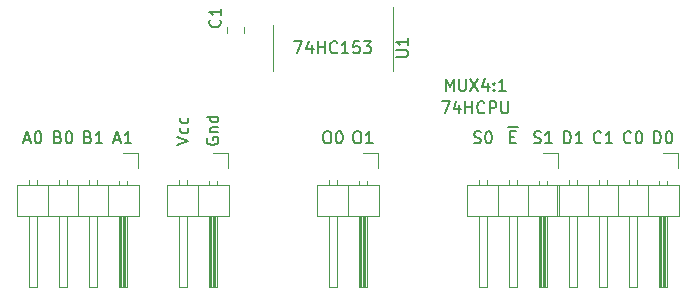
<source format=gbr>
%TF.GenerationSoftware,KiCad,Pcbnew,(5.1.8)-1*%
%TF.CreationDate,2024-08-16T23:19:40+03:00*%
%TF.ProjectId,MUX1,4d555831-2e6b-4696-9361-645f70636258,rev?*%
%TF.SameCoordinates,Original*%
%TF.FileFunction,Legend,Top*%
%TF.FilePolarity,Positive*%
%FSLAX46Y46*%
G04 Gerber Fmt 4.6, Leading zero omitted, Abs format (unit mm)*
G04 Created by KiCad (PCBNEW (5.1.8)-1) date 2024-08-16 23:19:40*
%MOMM*%
%LPD*%
G01*
G04 APERTURE LIST*
%ADD10C,0.150000*%
%ADD11C,0.120000*%
G04 APERTURE END LIST*
D10*
X118427857Y-57872380D02*
X119094523Y-57872380D01*
X118665952Y-58872380D01*
X119904047Y-58205714D02*
X119904047Y-58872380D01*
X119665952Y-57824761D02*
X119427857Y-58539047D01*
X120046904Y-58539047D01*
X120427857Y-58872380D02*
X120427857Y-57872380D01*
X120427857Y-58348571D02*
X120999285Y-58348571D01*
X120999285Y-58872380D02*
X120999285Y-57872380D01*
X122046904Y-58777142D02*
X121999285Y-58824761D01*
X121856428Y-58872380D01*
X121761190Y-58872380D01*
X121618333Y-58824761D01*
X121523095Y-58729523D01*
X121475476Y-58634285D01*
X121427857Y-58443809D01*
X121427857Y-58300952D01*
X121475476Y-58110476D01*
X121523095Y-58015238D01*
X121618333Y-57920000D01*
X121761190Y-57872380D01*
X121856428Y-57872380D01*
X121999285Y-57920000D01*
X122046904Y-57967619D01*
X122475476Y-58872380D02*
X122475476Y-57872380D01*
X122856428Y-57872380D01*
X122951666Y-57920000D01*
X122999285Y-57967619D01*
X123046904Y-58062857D01*
X123046904Y-58205714D01*
X122999285Y-58300952D01*
X122951666Y-58348571D01*
X122856428Y-58396190D01*
X122475476Y-58396190D01*
X123475476Y-57872380D02*
X123475476Y-58681904D01*
X123523095Y-58777142D01*
X123570714Y-58824761D01*
X123665952Y-58872380D01*
X123856428Y-58872380D01*
X123951666Y-58824761D01*
X123999285Y-58777142D01*
X124046904Y-58681904D01*
X124046904Y-57872380D01*
X118761190Y-56967380D02*
X118761190Y-55967380D01*
X119094523Y-56681666D01*
X119427857Y-55967380D01*
X119427857Y-56967380D01*
X119904047Y-55967380D02*
X119904047Y-56776904D01*
X119951666Y-56872142D01*
X119999285Y-56919761D01*
X120094523Y-56967380D01*
X120285000Y-56967380D01*
X120380238Y-56919761D01*
X120427857Y-56872142D01*
X120475476Y-56776904D01*
X120475476Y-55967380D01*
X120856428Y-55967380D02*
X121523095Y-56967380D01*
X121523095Y-55967380D02*
X120856428Y-56967380D01*
X122332619Y-56300714D02*
X122332619Y-56967380D01*
X122094523Y-55919761D02*
X121856428Y-56634047D01*
X122475476Y-56634047D01*
X122856428Y-56872142D02*
X122904047Y-56919761D01*
X122856428Y-56967380D01*
X122808809Y-56919761D01*
X122856428Y-56872142D01*
X122856428Y-56967380D01*
X122856428Y-56348333D02*
X122904047Y-56395952D01*
X122856428Y-56443571D01*
X122808809Y-56395952D01*
X122856428Y-56348333D01*
X122856428Y-56443571D01*
X123856428Y-56967380D02*
X123285000Y-56967380D01*
X123570714Y-56967380D02*
X123570714Y-55967380D01*
X123475476Y-56110238D01*
X123380238Y-56205476D01*
X123285000Y-56253095D01*
X105958095Y-52792380D02*
X106624761Y-52792380D01*
X106196190Y-53792380D01*
X107434285Y-53125714D02*
X107434285Y-53792380D01*
X107196190Y-52744761D02*
X106958095Y-53459047D01*
X107577142Y-53459047D01*
X107958095Y-53792380D02*
X107958095Y-52792380D01*
X107958095Y-53268571D02*
X108529523Y-53268571D01*
X108529523Y-53792380D02*
X108529523Y-52792380D01*
X109577142Y-53697142D02*
X109529523Y-53744761D01*
X109386666Y-53792380D01*
X109291428Y-53792380D01*
X109148571Y-53744761D01*
X109053333Y-53649523D01*
X109005714Y-53554285D01*
X108958095Y-53363809D01*
X108958095Y-53220952D01*
X109005714Y-53030476D01*
X109053333Y-52935238D01*
X109148571Y-52840000D01*
X109291428Y-52792380D01*
X109386666Y-52792380D01*
X109529523Y-52840000D01*
X109577142Y-52887619D01*
X110529523Y-53792380D02*
X109958095Y-53792380D01*
X110243809Y-53792380D02*
X110243809Y-52792380D01*
X110148571Y-52935238D01*
X110053333Y-53030476D01*
X109958095Y-53078095D01*
X111434285Y-52792380D02*
X110958095Y-52792380D01*
X110910476Y-53268571D01*
X110958095Y-53220952D01*
X111053333Y-53173333D01*
X111291428Y-53173333D01*
X111386666Y-53220952D01*
X111434285Y-53268571D01*
X111481904Y-53363809D01*
X111481904Y-53601904D01*
X111434285Y-53697142D01*
X111386666Y-53744761D01*
X111291428Y-53792380D01*
X111053333Y-53792380D01*
X110958095Y-53744761D01*
X110910476Y-53697142D01*
X111815238Y-52792380D02*
X112434285Y-52792380D01*
X112100952Y-53173333D01*
X112243809Y-53173333D01*
X112339047Y-53220952D01*
X112386666Y-53268571D01*
X112434285Y-53363809D01*
X112434285Y-53601904D01*
X112386666Y-53697142D01*
X112339047Y-53744761D01*
X112243809Y-53792380D01*
X111958095Y-53792380D01*
X111862857Y-53744761D01*
X111815238Y-53697142D01*
X136421904Y-61412380D02*
X136421904Y-60412380D01*
X136660000Y-60412380D01*
X136802857Y-60460000D01*
X136898095Y-60555238D01*
X136945714Y-60650476D01*
X136993333Y-60840952D01*
X136993333Y-60983809D01*
X136945714Y-61174285D01*
X136898095Y-61269523D01*
X136802857Y-61364761D01*
X136660000Y-61412380D01*
X136421904Y-61412380D01*
X137612380Y-60412380D02*
X137707619Y-60412380D01*
X137802857Y-60460000D01*
X137850476Y-60507619D01*
X137898095Y-60602857D01*
X137945714Y-60793333D01*
X137945714Y-61031428D01*
X137898095Y-61221904D01*
X137850476Y-61317142D01*
X137802857Y-61364761D01*
X137707619Y-61412380D01*
X137612380Y-61412380D01*
X137517142Y-61364761D01*
X137469523Y-61317142D01*
X137421904Y-61221904D01*
X137374285Y-61031428D01*
X137374285Y-60793333D01*
X137421904Y-60602857D01*
X137469523Y-60507619D01*
X137517142Y-60460000D01*
X137612380Y-60412380D01*
X134453333Y-61317142D02*
X134405714Y-61364761D01*
X134262857Y-61412380D01*
X134167619Y-61412380D01*
X134024761Y-61364761D01*
X133929523Y-61269523D01*
X133881904Y-61174285D01*
X133834285Y-60983809D01*
X133834285Y-60840952D01*
X133881904Y-60650476D01*
X133929523Y-60555238D01*
X134024761Y-60460000D01*
X134167619Y-60412380D01*
X134262857Y-60412380D01*
X134405714Y-60460000D01*
X134453333Y-60507619D01*
X135072380Y-60412380D02*
X135167619Y-60412380D01*
X135262857Y-60460000D01*
X135310476Y-60507619D01*
X135358095Y-60602857D01*
X135405714Y-60793333D01*
X135405714Y-61031428D01*
X135358095Y-61221904D01*
X135310476Y-61317142D01*
X135262857Y-61364761D01*
X135167619Y-61412380D01*
X135072380Y-61412380D01*
X134977142Y-61364761D01*
X134929523Y-61317142D01*
X134881904Y-61221904D01*
X134834285Y-61031428D01*
X134834285Y-60793333D01*
X134881904Y-60602857D01*
X134929523Y-60507619D01*
X134977142Y-60460000D01*
X135072380Y-60412380D01*
X131913333Y-61317142D02*
X131865714Y-61364761D01*
X131722857Y-61412380D01*
X131627619Y-61412380D01*
X131484761Y-61364761D01*
X131389523Y-61269523D01*
X131341904Y-61174285D01*
X131294285Y-60983809D01*
X131294285Y-60840952D01*
X131341904Y-60650476D01*
X131389523Y-60555238D01*
X131484761Y-60460000D01*
X131627619Y-60412380D01*
X131722857Y-60412380D01*
X131865714Y-60460000D01*
X131913333Y-60507619D01*
X132865714Y-61412380D02*
X132294285Y-61412380D01*
X132580000Y-61412380D02*
X132580000Y-60412380D01*
X132484761Y-60555238D01*
X132389523Y-60650476D01*
X132294285Y-60698095D01*
X128801904Y-61412380D02*
X128801904Y-60412380D01*
X129040000Y-60412380D01*
X129182857Y-60460000D01*
X129278095Y-60555238D01*
X129325714Y-60650476D01*
X129373333Y-60840952D01*
X129373333Y-60983809D01*
X129325714Y-61174285D01*
X129278095Y-61269523D01*
X129182857Y-61364761D01*
X129040000Y-61412380D01*
X128801904Y-61412380D01*
X130325714Y-61412380D02*
X129754285Y-61412380D01*
X130040000Y-61412380D02*
X130040000Y-60412380D01*
X129944761Y-60555238D01*
X129849523Y-60650476D01*
X129754285Y-60698095D01*
X126238095Y-61364761D02*
X126380952Y-61412380D01*
X126619047Y-61412380D01*
X126714285Y-61364761D01*
X126761904Y-61317142D01*
X126809523Y-61221904D01*
X126809523Y-61126666D01*
X126761904Y-61031428D01*
X126714285Y-60983809D01*
X126619047Y-60936190D01*
X126428571Y-60888571D01*
X126333333Y-60840952D01*
X126285714Y-60793333D01*
X126238095Y-60698095D01*
X126238095Y-60602857D01*
X126285714Y-60507619D01*
X126333333Y-60460000D01*
X126428571Y-60412380D01*
X126666666Y-60412380D01*
X126809523Y-60460000D01*
X127761904Y-61412380D02*
X127190476Y-61412380D01*
X127476190Y-61412380D02*
X127476190Y-60412380D01*
X127380952Y-60555238D01*
X127285714Y-60650476D01*
X127190476Y-60698095D01*
X124007619Y-60045000D02*
X124912380Y-60045000D01*
X124245714Y-60888571D02*
X124579047Y-60888571D01*
X124721904Y-61412380D02*
X124245714Y-61412380D01*
X124245714Y-60412380D01*
X124721904Y-60412380D01*
X121158095Y-61364761D02*
X121300952Y-61412380D01*
X121539047Y-61412380D01*
X121634285Y-61364761D01*
X121681904Y-61317142D01*
X121729523Y-61221904D01*
X121729523Y-61126666D01*
X121681904Y-61031428D01*
X121634285Y-60983809D01*
X121539047Y-60936190D01*
X121348571Y-60888571D01*
X121253333Y-60840952D01*
X121205714Y-60793333D01*
X121158095Y-60698095D01*
X121158095Y-60602857D01*
X121205714Y-60507619D01*
X121253333Y-60460000D01*
X121348571Y-60412380D01*
X121586666Y-60412380D01*
X121729523Y-60460000D01*
X122348571Y-60412380D02*
X122443809Y-60412380D01*
X122539047Y-60460000D01*
X122586666Y-60507619D01*
X122634285Y-60602857D01*
X122681904Y-60793333D01*
X122681904Y-61031428D01*
X122634285Y-61221904D01*
X122586666Y-61317142D01*
X122539047Y-61364761D01*
X122443809Y-61412380D01*
X122348571Y-61412380D01*
X122253333Y-61364761D01*
X122205714Y-61317142D01*
X122158095Y-61221904D01*
X122110476Y-61031428D01*
X122110476Y-60793333D01*
X122158095Y-60602857D01*
X122205714Y-60507619D01*
X122253333Y-60460000D01*
X122348571Y-60412380D01*
X83105714Y-61126666D02*
X83581904Y-61126666D01*
X83010476Y-61412380D02*
X83343809Y-60412380D01*
X83677142Y-61412380D01*
X84200952Y-60412380D02*
X84296190Y-60412380D01*
X84391428Y-60460000D01*
X84439047Y-60507619D01*
X84486666Y-60602857D01*
X84534285Y-60793333D01*
X84534285Y-61031428D01*
X84486666Y-61221904D01*
X84439047Y-61317142D01*
X84391428Y-61364761D01*
X84296190Y-61412380D01*
X84200952Y-61412380D01*
X84105714Y-61364761D01*
X84058095Y-61317142D01*
X84010476Y-61221904D01*
X83962857Y-61031428D01*
X83962857Y-60793333D01*
X84010476Y-60602857D01*
X84058095Y-60507619D01*
X84105714Y-60460000D01*
X84200952Y-60412380D01*
X85955238Y-60888571D02*
X86098095Y-60936190D01*
X86145714Y-60983809D01*
X86193333Y-61079047D01*
X86193333Y-61221904D01*
X86145714Y-61317142D01*
X86098095Y-61364761D01*
X86002857Y-61412380D01*
X85621904Y-61412380D01*
X85621904Y-60412380D01*
X85955238Y-60412380D01*
X86050476Y-60460000D01*
X86098095Y-60507619D01*
X86145714Y-60602857D01*
X86145714Y-60698095D01*
X86098095Y-60793333D01*
X86050476Y-60840952D01*
X85955238Y-60888571D01*
X85621904Y-60888571D01*
X86812380Y-60412380D02*
X86907619Y-60412380D01*
X87002857Y-60460000D01*
X87050476Y-60507619D01*
X87098095Y-60602857D01*
X87145714Y-60793333D01*
X87145714Y-61031428D01*
X87098095Y-61221904D01*
X87050476Y-61317142D01*
X87002857Y-61364761D01*
X86907619Y-61412380D01*
X86812380Y-61412380D01*
X86717142Y-61364761D01*
X86669523Y-61317142D01*
X86621904Y-61221904D01*
X86574285Y-61031428D01*
X86574285Y-60793333D01*
X86621904Y-60602857D01*
X86669523Y-60507619D01*
X86717142Y-60460000D01*
X86812380Y-60412380D01*
X88495238Y-60888571D02*
X88638095Y-60936190D01*
X88685714Y-60983809D01*
X88733333Y-61079047D01*
X88733333Y-61221904D01*
X88685714Y-61317142D01*
X88638095Y-61364761D01*
X88542857Y-61412380D01*
X88161904Y-61412380D01*
X88161904Y-60412380D01*
X88495238Y-60412380D01*
X88590476Y-60460000D01*
X88638095Y-60507619D01*
X88685714Y-60602857D01*
X88685714Y-60698095D01*
X88638095Y-60793333D01*
X88590476Y-60840952D01*
X88495238Y-60888571D01*
X88161904Y-60888571D01*
X89685714Y-61412380D02*
X89114285Y-61412380D01*
X89400000Y-61412380D02*
X89400000Y-60412380D01*
X89304761Y-60555238D01*
X89209523Y-60650476D01*
X89114285Y-60698095D01*
X90725714Y-61126666D02*
X91201904Y-61126666D01*
X90630476Y-61412380D02*
X90963809Y-60412380D01*
X91297142Y-61412380D01*
X92154285Y-61412380D02*
X91582857Y-61412380D01*
X91868571Y-61412380D02*
X91868571Y-60412380D01*
X91773333Y-60555238D01*
X91678095Y-60650476D01*
X91582857Y-60698095D01*
X98560000Y-60967857D02*
X98512380Y-61063095D01*
X98512380Y-61205952D01*
X98560000Y-61348809D01*
X98655238Y-61444047D01*
X98750476Y-61491666D01*
X98940952Y-61539285D01*
X99083809Y-61539285D01*
X99274285Y-61491666D01*
X99369523Y-61444047D01*
X99464761Y-61348809D01*
X99512380Y-61205952D01*
X99512380Y-61110714D01*
X99464761Y-60967857D01*
X99417142Y-60920238D01*
X99083809Y-60920238D01*
X99083809Y-61110714D01*
X98845714Y-60491666D02*
X99512380Y-60491666D01*
X98940952Y-60491666D02*
X98893333Y-60444047D01*
X98845714Y-60348809D01*
X98845714Y-60205952D01*
X98893333Y-60110714D01*
X98988571Y-60063095D01*
X99512380Y-60063095D01*
X99512380Y-59158333D02*
X98512380Y-59158333D01*
X99464761Y-59158333D02*
X99512380Y-59253571D01*
X99512380Y-59444047D01*
X99464761Y-59539285D01*
X99417142Y-59586904D01*
X99321904Y-59634523D01*
X99036190Y-59634523D01*
X98940952Y-59586904D01*
X98893333Y-59539285D01*
X98845714Y-59444047D01*
X98845714Y-59253571D01*
X98893333Y-59158333D01*
X95972380Y-61515476D02*
X96972380Y-61182142D01*
X95972380Y-60848809D01*
X96924761Y-60086904D02*
X96972380Y-60182142D01*
X96972380Y-60372619D01*
X96924761Y-60467857D01*
X96877142Y-60515476D01*
X96781904Y-60563095D01*
X96496190Y-60563095D01*
X96400952Y-60515476D01*
X96353333Y-60467857D01*
X96305714Y-60372619D01*
X96305714Y-60182142D01*
X96353333Y-60086904D01*
X96924761Y-59229761D02*
X96972380Y-59325000D01*
X96972380Y-59515476D01*
X96924761Y-59610714D01*
X96877142Y-59658333D01*
X96781904Y-59705952D01*
X96496190Y-59705952D01*
X96400952Y-59658333D01*
X96353333Y-59610714D01*
X96305714Y-59515476D01*
X96305714Y-59325000D01*
X96353333Y-59229761D01*
X111188571Y-60412380D02*
X111379047Y-60412380D01*
X111474285Y-60460000D01*
X111569523Y-60555238D01*
X111617142Y-60745714D01*
X111617142Y-61079047D01*
X111569523Y-61269523D01*
X111474285Y-61364761D01*
X111379047Y-61412380D01*
X111188571Y-61412380D01*
X111093333Y-61364761D01*
X110998095Y-61269523D01*
X110950476Y-61079047D01*
X110950476Y-60745714D01*
X110998095Y-60555238D01*
X111093333Y-60460000D01*
X111188571Y-60412380D01*
X112569523Y-61412380D02*
X111998095Y-61412380D01*
X112283809Y-61412380D02*
X112283809Y-60412380D01*
X112188571Y-60555238D01*
X112093333Y-60650476D01*
X111998095Y-60698095D01*
X108648571Y-60412380D02*
X108839047Y-60412380D01*
X108934285Y-60460000D01*
X109029523Y-60555238D01*
X109077142Y-60745714D01*
X109077142Y-61079047D01*
X109029523Y-61269523D01*
X108934285Y-61364761D01*
X108839047Y-61412380D01*
X108648571Y-61412380D01*
X108553333Y-61364761D01*
X108458095Y-61269523D01*
X108410476Y-61079047D01*
X108410476Y-60745714D01*
X108458095Y-60555238D01*
X108553333Y-60460000D01*
X108648571Y-60412380D01*
X109696190Y-60412380D02*
X109791428Y-60412380D01*
X109886666Y-60460000D01*
X109934285Y-60507619D01*
X109981904Y-60602857D01*
X110029523Y-60793333D01*
X110029523Y-61031428D01*
X109981904Y-61221904D01*
X109934285Y-61317142D01*
X109886666Y-61364761D01*
X109791428Y-61412380D01*
X109696190Y-61412380D01*
X109600952Y-61364761D01*
X109553333Y-61317142D01*
X109505714Y-61221904D01*
X109458095Y-61031428D01*
X109458095Y-60793333D01*
X109505714Y-60602857D01*
X109553333Y-60507619D01*
X109600952Y-60460000D01*
X109696190Y-60412380D01*
D11*
%TO.C,J5*%
X113030000Y-62230000D02*
X113030000Y-63500000D01*
X111760000Y-62230000D02*
X113030000Y-62230000D01*
X108840000Y-64542929D02*
X108840000Y-64940000D01*
X109600000Y-64542929D02*
X109600000Y-64940000D01*
X108840000Y-73600000D02*
X108840000Y-67600000D01*
X109600000Y-73600000D02*
X108840000Y-73600000D01*
X109600000Y-67600000D02*
X109600000Y-73600000D01*
X110490000Y-64940000D02*
X110490000Y-67600000D01*
X111380000Y-64610000D02*
X111380000Y-64940000D01*
X112140000Y-64610000D02*
X112140000Y-64940000D01*
X111480000Y-67600000D02*
X111480000Y-73600000D01*
X111600000Y-67600000D02*
X111600000Y-73600000D01*
X111720000Y-67600000D02*
X111720000Y-73600000D01*
X111840000Y-67600000D02*
X111840000Y-73600000D01*
X111960000Y-67600000D02*
X111960000Y-73600000D01*
X112080000Y-67600000D02*
X112080000Y-73600000D01*
X111380000Y-73600000D02*
X111380000Y-67600000D01*
X112140000Y-73600000D02*
X111380000Y-73600000D01*
X112140000Y-67600000D02*
X112140000Y-73600000D01*
X113090000Y-67600000D02*
X113090000Y-64940000D01*
X107890000Y-67600000D02*
X113090000Y-67600000D01*
X107890000Y-64940000D02*
X107890000Y-67600000D01*
X113090000Y-64940000D02*
X107890000Y-64940000D01*
%TO.C,C1*%
X101700000Y-52098752D02*
X101700000Y-51576248D01*
X100230000Y-52098752D02*
X100230000Y-51576248D01*
%TO.C,J1*%
X92710000Y-62230000D02*
X92710000Y-63500000D01*
X91440000Y-62230000D02*
X92710000Y-62230000D01*
X83440000Y-64542929D02*
X83440000Y-64940000D01*
X84200000Y-64542929D02*
X84200000Y-64940000D01*
X83440000Y-73600000D02*
X83440000Y-67600000D01*
X84200000Y-73600000D02*
X83440000Y-73600000D01*
X84200000Y-67600000D02*
X84200000Y-73600000D01*
X85090000Y-64940000D02*
X85090000Y-67600000D01*
X85980000Y-64542929D02*
X85980000Y-64940000D01*
X86740000Y-64542929D02*
X86740000Y-64940000D01*
X85980000Y-73600000D02*
X85980000Y-67600000D01*
X86740000Y-73600000D02*
X85980000Y-73600000D01*
X86740000Y-67600000D02*
X86740000Y-73600000D01*
X87630000Y-64940000D02*
X87630000Y-67600000D01*
X88520000Y-64542929D02*
X88520000Y-64940000D01*
X89280000Y-64542929D02*
X89280000Y-64940000D01*
X88520000Y-73600000D02*
X88520000Y-67600000D01*
X89280000Y-73600000D02*
X88520000Y-73600000D01*
X89280000Y-67600000D02*
X89280000Y-73600000D01*
X90170000Y-64940000D02*
X90170000Y-67600000D01*
X91060000Y-64610000D02*
X91060000Y-64940000D01*
X91820000Y-64610000D02*
X91820000Y-64940000D01*
X91160000Y-67600000D02*
X91160000Y-73600000D01*
X91280000Y-67600000D02*
X91280000Y-73600000D01*
X91400000Y-67600000D02*
X91400000Y-73600000D01*
X91520000Y-67600000D02*
X91520000Y-73600000D01*
X91640000Y-67600000D02*
X91640000Y-73600000D01*
X91760000Y-67600000D02*
X91760000Y-73600000D01*
X91060000Y-73600000D02*
X91060000Y-67600000D01*
X91820000Y-73600000D02*
X91060000Y-73600000D01*
X91820000Y-67600000D02*
X91820000Y-73600000D01*
X92770000Y-67600000D02*
X92770000Y-64940000D01*
X82490000Y-67600000D02*
X92770000Y-67600000D01*
X82490000Y-64940000D02*
X82490000Y-67600000D01*
X92770000Y-64940000D02*
X82490000Y-64940000D01*
%TO.C,J2*%
X138490000Y-64940000D02*
X128210000Y-64940000D01*
X128210000Y-64940000D02*
X128210000Y-67600000D01*
X128210000Y-67600000D02*
X138490000Y-67600000D01*
X138490000Y-67600000D02*
X138490000Y-64940000D01*
X137540000Y-67600000D02*
X137540000Y-73600000D01*
X137540000Y-73600000D02*
X136780000Y-73600000D01*
X136780000Y-73600000D02*
X136780000Y-67600000D01*
X137480000Y-67600000D02*
X137480000Y-73600000D01*
X137360000Y-67600000D02*
X137360000Y-73600000D01*
X137240000Y-67600000D02*
X137240000Y-73600000D01*
X137120000Y-67600000D02*
X137120000Y-73600000D01*
X137000000Y-67600000D02*
X137000000Y-73600000D01*
X136880000Y-67600000D02*
X136880000Y-73600000D01*
X137540000Y-64610000D02*
X137540000Y-64940000D01*
X136780000Y-64610000D02*
X136780000Y-64940000D01*
X135890000Y-64940000D02*
X135890000Y-67600000D01*
X135000000Y-67600000D02*
X135000000Y-73600000D01*
X135000000Y-73600000D02*
X134240000Y-73600000D01*
X134240000Y-73600000D02*
X134240000Y-67600000D01*
X135000000Y-64542929D02*
X135000000Y-64940000D01*
X134240000Y-64542929D02*
X134240000Y-64940000D01*
X133350000Y-64940000D02*
X133350000Y-67600000D01*
X132460000Y-67600000D02*
X132460000Y-73600000D01*
X132460000Y-73600000D02*
X131700000Y-73600000D01*
X131700000Y-73600000D02*
X131700000Y-67600000D01*
X132460000Y-64542929D02*
X132460000Y-64940000D01*
X131700000Y-64542929D02*
X131700000Y-64940000D01*
X130810000Y-64940000D02*
X130810000Y-67600000D01*
X129920000Y-67600000D02*
X129920000Y-73600000D01*
X129920000Y-73600000D02*
X129160000Y-73600000D01*
X129160000Y-73600000D02*
X129160000Y-67600000D01*
X129920000Y-64542929D02*
X129920000Y-64940000D01*
X129160000Y-64542929D02*
X129160000Y-64940000D01*
X137160000Y-62230000D02*
X138430000Y-62230000D01*
X138430000Y-62230000D02*
X138430000Y-63500000D01*
%TO.C,J3*%
X128270000Y-62230000D02*
X128270000Y-63500000D01*
X127000000Y-62230000D02*
X128270000Y-62230000D01*
X121540000Y-64542929D02*
X121540000Y-64940000D01*
X122300000Y-64542929D02*
X122300000Y-64940000D01*
X121540000Y-73600000D02*
X121540000Y-67600000D01*
X122300000Y-73600000D02*
X121540000Y-73600000D01*
X122300000Y-67600000D02*
X122300000Y-73600000D01*
X123190000Y-64940000D02*
X123190000Y-67600000D01*
X124080000Y-64542929D02*
X124080000Y-64940000D01*
X124840000Y-64542929D02*
X124840000Y-64940000D01*
X124080000Y-73600000D02*
X124080000Y-67600000D01*
X124840000Y-73600000D02*
X124080000Y-73600000D01*
X124840000Y-67600000D02*
X124840000Y-73600000D01*
X125730000Y-64940000D02*
X125730000Y-67600000D01*
X126620000Y-64610000D02*
X126620000Y-64940000D01*
X127380000Y-64610000D02*
X127380000Y-64940000D01*
X126720000Y-67600000D02*
X126720000Y-73600000D01*
X126840000Y-67600000D02*
X126840000Y-73600000D01*
X126960000Y-67600000D02*
X126960000Y-73600000D01*
X127080000Y-67600000D02*
X127080000Y-73600000D01*
X127200000Y-67600000D02*
X127200000Y-73600000D01*
X127320000Y-67600000D02*
X127320000Y-73600000D01*
X126620000Y-73600000D02*
X126620000Y-67600000D01*
X127380000Y-73600000D02*
X126620000Y-73600000D01*
X127380000Y-67600000D02*
X127380000Y-73600000D01*
X128330000Y-67600000D02*
X128330000Y-64940000D01*
X120590000Y-67600000D02*
X128330000Y-67600000D01*
X120590000Y-64940000D02*
X120590000Y-67600000D01*
X128330000Y-64940000D02*
X120590000Y-64940000D01*
%TO.C,J4*%
X100330000Y-62230000D02*
X100330000Y-63500000D01*
X99060000Y-62230000D02*
X100330000Y-62230000D01*
X96140000Y-64542929D02*
X96140000Y-64940000D01*
X96900000Y-64542929D02*
X96900000Y-64940000D01*
X96140000Y-73600000D02*
X96140000Y-67600000D01*
X96900000Y-73600000D02*
X96140000Y-73600000D01*
X96900000Y-67600000D02*
X96900000Y-73600000D01*
X97790000Y-64940000D02*
X97790000Y-67600000D01*
X98680000Y-64610000D02*
X98680000Y-64940000D01*
X99440000Y-64610000D02*
X99440000Y-64940000D01*
X98780000Y-67600000D02*
X98780000Y-73600000D01*
X98900000Y-67600000D02*
X98900000Y-73600000D01*
X99020000Y-67600000D02*
X99020000Y-73600000D01*
X99140000Y-67600000D02*
X99140000Y-73600000D01*
X99260000Y-67600000D02*
X99260000Y-73600000D01*
X99380000Y-67600000D02*
X99380000Y-73600000D01*
X98680000Y-73600000D02*
X98680000Y-67600000D01*
X99440000Y-73600000D02*
X98680000Y-73600000D01*
X99440000Y-67600000D02*
X99440000Y-73600000D01*
X100390000Y-67600000D02*
X100390000Y-64940000D01*
X95190000Y-67600000D02*
X100390000Y-67600000D01*
X95190000Y-64940000D02*
X95190000Y-67600000D01*
X100390000Y-64940000D02*
X95190000Y-64940000D01*
%TO.C,U1*%
X114280000Y-53340000D02*
X114280000Y-49890000D01*
X114280000Y-53340000D02*
X114280000Y-55290000D01*
X104160000Y-53340000D02*
X104160000Y-51390000D01*
X104160000Y-53340000D02*
X104160000Y-55290000D01*
%TO.C,C1*%
D10*
X99642142Y-50966666D02*
X99689761Y-51014285D01*
X99737380Y-51157142D01*
X99737380Y-51252380D01*
X99689761Y-51395238D01*
X99594523Y-51490476D01*
X99499285Y-51538095D01*
X99308809Y-51585714D01*
X99165952Y-51585714D01*
X98975476Y-51538095D01*
X98880238Y-51490476D01*
X98785000Y-51395238D01*
X98737380Y-51252380D01*
X98737380Y-51157142D01*
X98785000Y-51014285D01*
X98832619Y-50966666D01*
X99737380Y-50014285D02*
X99737380Y-50585714D01*
X99737380Y-50300000D02*
X98737380Y-50300000D01*
X98880238Y-50395238D01*
X98975476Y-50490476D01*
X99023095Y-50585714D01*
%TO.C,U1*%
X114572380Y-54101904D02*
X115381904Y-54101904D01*
X115477142Y-54054285D01*
X115524761Y-54006666D01*
X115572380Y-53911428D01*
X115572380Y-53720952D01*
X115524761Y-53625714D01*
X115477142Y-53578095D01*
X115381904Y-53530476D01*
X114572380Y-53530476D01*
X115572380Y-52530476D02*
X115572380Y-53101904D01*
X115572380Y-52816190D02*
X114572380Y-52816190D01*
X114715238Y-52911428D01*
X114810476Y-53006666D01*
X114858095Y-53101904D01*
%TD*%
M02*

</source>
